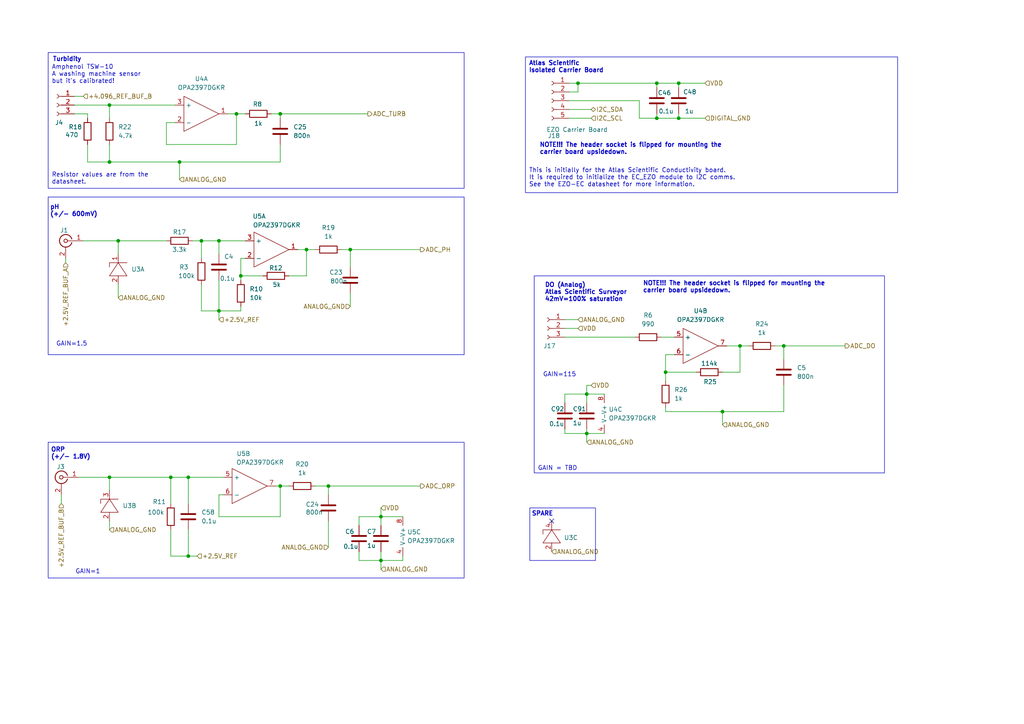
<source format=kicad_sch>
(kicad_sch (version 20231120) (generator "eeschema") (generator_version "8.0")
  (paper "A4")
  (lib_symbols
    (symbol "AndrewAdditions:sda5v3sc6_split"
      (property "Reference" "U" (at -2.794 3.302 0))
      (property "Value" "ESDA5V3SC5" (at 0 -2.54 0))
      (symbol "sda5v3sc6_split_0_1"
        (polyline (pts (xy -2.54 0) (xy -2.54 1.27) (xy 2.54 1.27)))
        (polyline (pts (xy 0 1.27) (xy -2.54 -2.54) (xy 2.54 -2.54) (xy 0 1.27)))
        (pin passive line (at 0 -5.08 90) (length 2.54) (name "") (number "2"))
      )
      (symbol "sda5v3sc6_split_1_1"
        (pin passive line (at 0 3.81 270) (length 2.54) (name "") (number "1"))
      )
      (symbol "sda5v3sc6_split_2_1"
        (pin passive line (at 0 3.81 270) (length 2.54) (name "") (number "3"))
      )
      (symbol "sda5v3sc6_split_3_1"
        (pin passive line (at 0 3.81 270) (length 2.54) (name "") (number "4"))
      )
      (symbol "sda5v3sc6_split_4_1"
        (pin passive line (at 0 3.81 270) (length 2.54) (name "") (number "5"))
      )
    )
    (symbol "Connector:Conn_01x03_Socket" (pin_names (offset 1.016) hide)
      (property "Reference" "J" (at 0 5.08 0))
      (property "Value" "Conn_01x03_Socket" (at 0 -5.08 0))
      (symbol "Conn_01x03_Socket_1_1"
        (arc (start 0 -2.032) (mid -0.5058 -2.54) (end 0 -3.048) (stroke (width 0.1524)))
        (polyline (pts (xy -1.27 -2.54) (xy -0.508 -2.54)) (stroke (width 0.1524)))
        (polyline (pts (xy -1.27 0) (xy -0.508 0)) (stroke (width 0.1524)))
        (polyline (pts (xy -1.27 2.54) (xy -0.508 2.54)) (stroke (width 0.1524)))
        (arc (start 0 0.508) (mid -0.5058 0) (end 0 -0.508) (stroke (width 0.1524)))
        (arc (start 0 3.048) (mid -0.5058 2.54) (end 0 2.032) (stroke (width 0.1524)))
        (pin passive line (at -5.08 2.54 0) (length 3.81) (name "Pin_1") (number "1"))
        (pin passive line (at -5.08 0 0) (length 3.81) (name "Pin_2") (number "2"))
        (pin passive line (at -5.08 -2.54 0) (length 3.81) (name "Pin_3") (number "3"))
      )
    )
    (symbol "Connector:Conn_01x05_Socket" (pin_names (offset 1.016) hide)
      (property "Reference" "J" (at 0 7.62 0))
      (property "Value" "Conn_01x05_Socket" (at 0 -7.62 0))
      (symbol "Conn_01x05_Socket_1_1"
        (arc (start 0 -4.572) (mid -0.5058 -5.08) (end 0 -5.588) (stroke (width 0.1524)))
        (arc (start 0 -2.032) (mid -0.5058 -2.54) (end 0 -3.048) (stroke (width 0.1524)))
        (polyline (pts (xy -1.27 -5.08) (xy -0.508 -5.08)) (stroke (width 0.1524)))
        (polyline (pts (xy -1.27 -2.54) (xy -0.508 -2.54)) (stroke (width 0.1524)))
        (polyline (pts (xy -1.27 0) (xy -0.508 0)) (stroke (width 0.1524)))
        (polyline (pts (xy -1.27 2.54) (xy -0.508 2.54)) (stroke (width 0.1524)))
        (polyline (pts (xy -1.27 5.08) (xy -0.508 5.08)) (stroke (width 0.1524)))
        (arc (start 0 0.508) (mid -0.5058 0) (end 0 -0.508) (stroke (width 0.1524)))
        (arc (start 0 3.048) (mid -0.5058 2.54) (end 0 2.032) (stroke (width 0.1524)))
        (arc (start 0 5.588) (mid -0.5058 5.08) (end 0 4.572) (stroke (width 0.1524)))
        (pin passive line (at -5.08 5.08 0) (length 3.81) (name "Pin_1") (number "1"))
        (pin passive line (at -5.08 2.54 0) (length 3.81) (name "Pin_2") (number "2"))
        (pin passive line (at -5.08 0 0) (length 3.81) (name "Pin_3") (number "3"))
        (pin passive line (at -5.08 -2.54 0) (length 3.81) (name "Pin_4") (number "4"))
        (pin passive line (at -5.08 -5.08 0) (length 3.81) (name "Pin_5") (number "5"))
      )
    )
    (symbol "Connector:Conn_Coaxial" (pin_names (offset 1.016) hide)
      (property "Reference" "J" (at 0.254 3.048 0))
      (property "Value" "Conn_Coaxial" (at 2.921 0 90))
      (symbol "Conn_Coaxial_0_1"
        (arc (start -1.778 -0.508) (mid 0.2311 -1.8066) (end 1.778 0) (stroke (width 0.254)))
        (polyline (pts (xy -2.54 0) (xy -0.508 0)))
        (polyline (pts (xy 0 -2.54) (xy 0 -1.778)))
        (circle (center 0 0) (radius 0.508) (stroke (width 0.2032)))
        (arc (start 1.778 0) (mid 0.2099 1.8101) (end -1.778 0.508) (stroke (width 0.254)))
      )
      (symbol "Conn_Coaxial_1_1"
        (pin passive line (at -5.08 0 0) (length 2.54) (name "In") (number "1"))
        (pin passive line (at 0 -5.08 90) (length 2.54) (name "Ext") (number "2"))
      )
    )
    (symbol "Device:C" (pin_numbers hide) (pin_names (offset 0.254))
      (property "Reference" "C" (at 0.635 2.54 0))
      (property "Value" "C" (at 0.635 -2.54 0))
      (symbol "C_0_1"
        (polyline (pts (xy -2.032 -0.762) (xy 2.032 -0.762)) (stroke (width 0.508)))
        (polyline (pts (xy -2.032 0.762) (xy 2.032 0.762)) (stroke (width 0.508)))
      )
      (symbol "C_1_1"
        (pin passive line (at 0 3.81 270) (length 2.794) (name "~") (number "1"))
        (pin passive line (at 0 -3.81 90) (length 2.794) (name "~") (number "2"))
      )
    )
    (symbol "Device:R" (pin_numbers hide) (pin_names (offset 0))
      (property "Reference" "R" (at 2.032 0 90))
      (property "Value" "R" (at 0 0 90))
      (symbol "R_0_1"
        (rectangle (start -1.016 -2.54) (end 1.016 2.54) (stroke (width 0.254)))
      )
      (symbol "R_1_1"
        (pin passive line (at 0 3.81 270) (length 1.27) (name "~") (number "1"))
        (pin passive line (at 0 -3.81 90) (length 1.27) (name "~") (number "2"))
      )
    )
    (symbol "Op-Amp-Extended:OPA2397DR"
      (property "Reference" "U" (at -4.318 9.144 0))
      (property "Value" "OPA2397DGKR" (at 2.032 7.112 0))
      (symbol "OPA2397DR_1_0"
        (pin output line (at 10.16 0 180) (length 2.54) (name "") (number "1"))
        (pin input line (at -5.08 -2.54 0) (length 2.54) (name "-") (number "2"))
        (pin input line (at -5.08 2.54 0) (length 2.54) (name "+") (number "3"))
      )
      (symbol "OPA2397DR_1_1"
        (polyline (pts (xy -2.54 5.08) (xy -2.54 -5.08) (xy 7.62 0) (xy -2.54 5.08)))
      )
      (symbol "OPA2397DR_2_0"
        (pin input line (at -5.08 2.54 0) (length 2.54) (name "+") (number "5"))
        (pin input line (at -5.08 -2.54 0) (length 2.54) (name "-") (number "6"))
        (pin output line (at 10.16 0 180) (length 2.54) (name "") (number "7"))
      )
      (symbol "OPA2397DR_2_1"
        (polyline (pts (xy -2.54 5.08) (xy -2.54 -5.08) (xy 7.62 0) (xy -2.54 5.08)))
      )
      (symbol "OPA2397DR_3_0"
        (pin power_in line (at 0 -6.35 90) (length 2.54) (name "V-") (number "4"))
        (pin power_in line (at 0 5.08 270) (length 2.54) (name "V+") (number "8"))
      )
    )
  )
  (junction (at 193.04 107.95))
  (junction (at 81.28 140.97))
  (junction (at 52.07 46.99))
  (junction (at 227.33 100.33))
  (junction (at 69.85 80.01))
  (junction (at 54.61 138.43))
  (junction (at 81.28 33.02))
  (junction (at 63.5 90.17))
  (junction (at 101.6 72.39))
  (junction (at 31.75 46.99))
  (junction (at 170.18 114.3))
  (junction (at 54.61 161.29))
  (junction (at 209.55 119.38))
  (junction (at 63.5 69.85))
  (junction (at 68.58 33.02))
  (junction (at 31.75 30.48))
  (junction (at 34.29 69.85))
  (junction (at 190.5 34.29))
  (junction (at 58.42 69.85))
  (junction (at 49.53 138.43))
  (junction (at 190.5 24.13))
  (junction (at 110.49 149.86))
  (junction (at 95.25 140.97))
  (junction (at 196.85 34.29))
  (junction (at 110.49 162.56))
  (junction (at 196.85 24.13))
  (junction (at 88.9 72.39))
  (junction (at 214.63 100.33))
  (junction (at 167.64 24.13))
  (junction (at 31.75 138.43))
  (junction (at 170.18 125.73))
  (no_connect (at 160.02 151.13))
  (wire (pts (xy 63.5 90.17) (xy 69.85 90.17)))
  (wire (pts (xy 95.25 140.97) (xy 91.44 140.97)))
  (wire (pts (xy 69.85 80.01) (xy 76.2 80.01)))
  (wire (pts (xy 55.88 69.85) (xy 58.42 69.85)))
  (wire (pts (xy 63.5 149.86) (xy 81.28 149.86)))
  (wire (pts (xy 31.75 138.43) (xy 31.75 142.24)))
  (wire (pts (xy 116.84 161.29) (xy 116.84 162.56)))
  (wire (pts (xy 69.85 80.01) (xy 69.85 81.28)))
  (wire (pts (xy 171.45 111.76) (xy 170.18 111.76)))
  (wire (pts (xy 58.42 82.55) (xy 58.42 90.17)))
  (wire (pts (xy 110.49 149.86) (xy 116.84 149.86)))
  (wire (pts (xy 190.5 34.29) (xy 196.85 34.29)))
  (wire (pts (xy 22.86 138.43) (xy 31.75 138.43)))
  (wire (pts (xy 227.33 111.76) (xy 227.33 119.38)))
  (wire (pts (xy 19.05 76.2) (xy 19.05 74.93)))
  (wire (pts (xy 170.18 124.46) (xy 170.18 125.73)))
  (wire (pts (xy 34.29 82.55) (xy 34.29 86.36)))
  (wire (pts (xy 48.26 41.91) (xy 68.58 41.91)))
  (wire (pts (xy 63.5 81.28) (xy 63.5 90.17)))
  (wire (pts (xy 63.5 90.17) (xy 63.5 92.71)))
  (wire (pts (xy 21.59 27.94) (xy 24.13 27.94)))
  (wire (pts (xy 104.14 149.86) (xy 110.49 149.86)))
  (wire (pts (xy 95.25 140.97) (xy 121.92 140.97)))
  (wire (pts (xy 54.61 138.43) (xy 64.77 138.43)))
  (wire (pts (xy 193.04 119.38) (xy 193.04 118.11)))
  (wire (pts (xy 58.42 69.85) (xy 58.42 74.93)))
  (wire (pts (xy 17.78 146.05) (xy 17.78 143.51)))
  (wire (pts (xy 214.63 100.33) (xy 214.63 107.95)))
  (wire (pts (xy 163.83 125.73) (xy 170.18 125.73)))
  (wire (pts (xy 163.83 95.25) (xy 167.64 95.25)))
  (wire (pts (xy 88.9 72.39) (xy 88.9 80.01)))
  (wire (pts (xy 190.5 24.13) (xy 196.85 24.13)))
  (wire (pts (xy 24.13 69.85) (xy 34.29 69.85)))
  (wire (pts (xy 224.79 100.33) (xy 227.33 100.33)))
  (wire (pts (xy 31.75 30.48) (xy 31.75 34.29)))
  (wire (pts (xy 110.49 160.02) (xy 110.49 162.56)))
  (wire (pts (xy 95.25 151.13) (xy 95.25 158.75)))
  (wire (pts (xy 191.77 97.79) (xy 195.58 97.79)))
  (wire (pts (xy 110.49 162.56) (xy 110.49 165.1)))
  (wire (pts (xy 101.6 72.39) (xy 101.6 77.47)))
  (wire (pts (xy 170.18 114.3) (xy 170.18 116.84)))
  (wire (pts (xy 190.5 24.13) (xy 190.5 25.4)))
  (wire (pts (xy 21.59 30.48) (xy 31.75 30.48)))
  (wire (pts (xy 81.28 149.86) (xy 81.28 140.97)))
  (wire (pts (xy 58.42 69.85) (xy 63.5 69.85)))
  (wire (pts (xy 68.58 33.02) (xy 71.12 33.02)))
  (wire (pts (xy 193.04 102.87) (xy 193.04 107.95)))
  (wire (pts (xy 195.58 102.87) (xy 193.04 102.87)))
  (wire (pts (xy 25.4 41.91) (xy 25.4 46.99)))
  (wire (pts (xy 31.75 46.99) (xy 52.07 46.99)))
  (wire (pts (xy 165.1 34.29) (xy 171.45 34.29)))
  (wire (pts (xy 49.53 153.67) (xy 49.53 161.29)))
  (wire (pts (xy 104.14 160.02) (xy 104.14 162.56)))
  (wire (pts (xy 49.53 161.29) (xy 54.61 161.29)))
  (wire (pts (xy 170.18 111.76) (xy 170.18 114.3)))
  (wire (pts (xy 49.53 138.43) (xy 49.53 146.05)))
  (wire (pts (xy 69.85 74.93) (xy 69.85 80.01)))
  (wire (pts (xy 88.9 80.01) (xy 83.82 80.01)))
  (wire (pts (xy 81.28 33.02) (xy 106.68 33.02)))
  (wire (pts (xy 185.42 34.29) (xy 190.5 34.29)))
  (wire (pts (xy 110.49 149.86) (xy 110.49 152.4)))
  (wire (pts (xy 86.36 72.39) (xy 88.9 72.39)))
  (wire (pts (xy 185.42 29.21) (xy 165.1 29.21)))
  (wire (pts (xy 227.33 100.33) (xy 227.33 104.14)))
  (wire (pts (xy 196.85 33.02) (xy 196.85 34.29)))
  (wire (pts (xy 163.83 97.79) (xy 184.15 97.79)))
  (wire (pts (xy 34.29 69.85) (xy 48.26 69.85)))
  (wire (pts (xy 101.6 72.39) (xy 121.92 72.39)))
  (wire (pts (xy 81.28 33.02) (xy 78.74 33.02)))
  (wire (pts (xy 110.49 162.56) (xy 116.84 162.56)))
  (wire (pts (xy 63.5 143.51) (xy 63.5 149.86)))
  (wire (pts (xy 31.75 41.91) (xy 31.75 46.99)))
  (wire (pts (xy 165.1 24.13) (xy 167.64 24.13)))
  (wire (pts (xy 68.58 41.91) (xy 68.58 33.02)))
  (wire (pts (xy 63.5 69.85) (xy 63.5 73.66)))
  (wire (pts (xy 209.55 107.95) (xy 214.63 107.95)))
  (wire (pts (xy 21.59 33.02) (xy 25.4 33.02)))
  (wire (pts (xy 210.82 100.33) (xy 214.63 100.33)))
  (wire (pts (xy 193.04 107.95) (xy 193.04 110.49)))
  (wire (pts (xy 52.07 46.99) (xy 81.28 46.99)))
  (wire (pts (xy 163.83 116.84) (xy 163.83 114.3)))
  (wire (pts (xy 193.04 107.95) (xy 201.93 107.95)))
  (wire (pts (xy 185.42 34.29) (xy 185.42 29.21)))
  (wire (pts (xy 167.64 26.67) (xy 167.64 24.13)))
  (wire (pts (xy 170.18 125.73) (xy 175.26 125.73)))
  (wire (pts (xy 25.4 46.99) (xy 31.75 46.99)))
  (wire (pts (xy 227.33 100.33) (xy 245.11 100.33)))
  (wire (pts (xy 214.63 100.33) (xy 217.17 100.33)))
  (wire (pts (xy 71.12 74.93) (xy 69.85 74.93)))
  (wire (pts (xy 34.29 69.85) (xy 34.29 73.66)))
  (wire (pts (xy 95.25 140.97) (xy 95.25 143.51)))
  (wire (pts (xy 31.75 151.13) (xy 31.75 153.67)))
  (wire (pts (xy 81.28 34.29) (xy 81.28 33.02)))
  (wire (pts (xy 209.55 119.38) (xy 209.55 123.19)))
  (wire (pts (xy 81.28 140.97) (xy 80.01 140.97)))
  (wire (pts (xy 54.61 153.67) (xy 54.61 161.29)))
  (wire (pts (xy 196.85 24.13) (xy 196.85 25.4)))
  (wire (pts (xy 196.85 34.29) (xy 204.47 34.29)))
  (wire (pts (xy 54.61 138.43) (xy 54.61 146.05)))
  (wire (pts (xy 81.28 140.97) (xy 83.82 140.97)))
  (wire (pts (xy 54.61 161.29) (xy 57.15 161.29)))
  (wire (pts (xy 69.85 90.17) (xy 69.85 88.9)))
  (wire (pts (xy 165.1 31.75) (xy 171.45 31.75)))
  (wire (pts (xy 163.83 114.3) (xy 170.18 114.3)))
  (wire (pts (xy 58.42 90.17) (xy 63.5 90.17)))
  (wire (pts (xy 190.5 34.29) (xy 190.5 33.02)))
  (wire (pts (xy 101.6 72.39) (xy 99.06 72.39)))
  (wire (pts (xy 110.49 147.32) (xy 110.49 149.86)))
  (wire (pts (xy 50.8 30.48) (xy 31.75 30.48)))
  (wire (pts (xy 64.77 143.51) (xy 63.5 143.51)))
  (wire (pts (xy 25.4 33.02) (xy 25.4 34.29)))
  (wire (pts (xy 165.1 26.67) (xy 167.64 26.67)))
  (wire (pts (xy 101.6 85.09) (xy 101.6 88.9)))
  (wire (pts (xy 88.9 72.39) (xy 91.44 72.39)))
  (wire (pts (xy 196.85 24.13) (xy 204.47 24.13)))
  (wire (pts (xy 50.8 35.56) (xy 48.26 35.56)))
  (wire (pts (xy 104.14 152.4) (xy 104.14 149.86)))
  (wire (pts (xy 167.64 24.13) (xy 190.5 24.13)))
  (wire (pts (xy 48.26 35.56) (xy 48.26 41.91)))
  (wire (pts (xy 209.55 119.38) (xy 227.33 119.38)))
  (wire (pts (xy 52.07 52.07) (xy 52.07 46.99)))
  (wire (pts (xy 170.18 114.3) (xy 175.26 114.3)))
  (wire (pts (xy 63.5 69.85) (xy 71.12 69.85)))
  (wire (pts (xy 104.14 162.56) (xy 110.49 162.56)))
  (wire (pts (xy 49.53 138.43) (xy 54.61 138.43)))
  (wire (pts (xy 193.04 119.38) (xy 209.55 119.38)))
  (wire (pts (xy 163.83 92.71) (xy 167.64 92.71)))
  (wire (pts (xy 66.04 33.02) (xy 68.58 33.02)))
  (wire (pts (xy 170.18 125.73) (xy 170.18 128.27)))
  (wire (pts (xy 163.83 124.46) (xy 163.83 125.73)))
  (wire (pts (xy 81.28 41.91) (xy 81.28 46.99)))
  (wire (pts (xy 31.75 138.43) (xy 49.53 138.43)))
  (rectangle (start 153.67 147.32) (end 172.72 162.56))
  (rectangle (start 13.97 128.27) (end 134.62 167.64))
  (rectangle (start 13.97 15.24) (end 134.62 54.61))
  (rectangle (start 13.97 57.15) (end 134.62 102.87))
  (rectangle (start 154.94 80.01) (end 256.54 137.16))
  (text_box "Atlas Scientific\nIsolated Carrier Board" (at 152.4 16.51 0) (size 107.95 39.37) (effects (font (size 1.27 1.27) (thickness 0.254) (bold yes)) (justify left top)))
  (text "Turbidity" (at 15.24 17.272 0) (effects (font (size 1.27 1.27) (thickness 0.254) (bold yes)) (justify left)))
  (text "NOTE!!! The header socket is flipped for mounting the \ncarrier board upsidedown." (at 186.436 83.312 0) (effects (font (size 1.27 1.27) (thickness 0.254) (bold yes)) (justify left)))
  (text "Amphenol TSW-10 \nA washing machine sensor \nbut it's calibrated!\n" (at 14.986 21.59 0) (effects (font (size 1.27 1.27)) (justify left)))
  (text "GAIN=1.5\n\n" (at 16.256 100.838 0) (effects (font (size 1.27 1.27)) (justify left)))
  (text "GAIN=1" (at 21.844 165.862 0) (effects (font (size 1.27 1.27)) (justify left)))
  (text "Resistor values are from the \ndatasheet." (at 14.986 51.816 0) (effects (font (size 1.27 1.27)) (justify left)))
  (text "ORP \n(+/- 1.8V)" (at 14.732 131.572 0) (effects (font (size 1.27 1.27) (thickness 0.254) (bold yes)) (justify left)))
  (text "pH \n(+/- 600mV)" (at 14.478 61.214 0) (effects (font (size 1.27 1.27) (thickness 0.254) (bold yes)) (justify left)))
  (text "GAIN = TBD\n" (at 155.956 135.89 0) (effects (font (size 1.27 1.27)) (justify left)))
  (text "DO (Analog)\nAtlas Scientific Surveyor\n42mV=100% saturation" (at 157.988 84.836 0) (effects (font (size 1.27 1.27) (thickness 0.254) (bold yes)) (justify left)))
  (text "This is initially for the Atlas Scientific Conductivity board.\nIt is required to initialize the EC_EZO module to I2C comms.\nSee the EZO-EC datasheet for more information." (at 153.416 51.562 0) (effects (font (size 1.27 1.27) (thickness 0.1588)) (justify left)))
  (text "NOTE!!! The header socket is flipped for mounting the \ncarrier board upsidedown." (at 156.464 43.18 0) (effects (font (size 1.27 1.27) (thickness 0.254) (bold yes)) (justify left)))
  (text "SPARE" (at 154.178 149.098 0) (effects (font (size 1.27 1.27) (thickness 0.254) (bold yes)) (justify left)))
  (text "GAIN=115" (at 162.306 108.712 0) (effects (font (size 1.27 1.27))))
  (hierarchical_label "VDD" (shape input) (at 171.45 111.76 0))
  (hierarchical_label "ANALOG_GND" (shape input) (at 110.49 165.1 0))
  (hierarchical_label "DIGITAL_GND" (shape input) (at 204.47 34.29 0))
  (hierarchical_label "+2.5V_REF_BUF_B" (shape input) (at 17.78 146.05 270))
  (hierarchical_label "ANALOG_GND" (shape input) (at 170.18 128.27 0))
  (hierarchical_label "ADC_PH" (shape output) (at 121.92 72.39 0))
  (hierarchical_label "ADC_TURB" (shape output) (at 106.68 33.02 0))
  (hierarchical_label "VDD" (shape input) (at 167.64 95.25 0))
  (hierarchical_label "+2.5V_REF" (shape input) (at 57.15 161.29 0))
  (hierarchical_label "ADC_DO" (shape output) (at 245.11 100.33 0))
  (hierarchical_label "VDD" (shape input) (at 110.49 147.32 0))
  (hierarchical_label "ADC_ORP" (shape output) (at 121.92 140.97 0))
  (hierarchical_label "+2.5V_REF_BUF_A" (shape input) (at 19.05 76.2 270))
  (hierarchical_label "ANALOG_GND" (shape input) (at 209.55 123.19 0))
  (hierarchical_label "ANALOG_GND" (shape input) (at 52.07 52.07 0))
  (hierarchical_label "ANALOG_GND" (shape input) (at 101.6 88.9 180))
  (hierarchical_label "VDD" (shape input) (at 204.47 24.13 0))
  (hierarchical_label "I2C_SCL" (shape input) (at 171.45 34.29 0))
  (hierarchical_label "ANALOG_GND" (shape input) (at 31.75 153.67 0))
  (hierarchical_label "I2C_SDA" (shape bidirectional) (at 171.45 31.75 0))
  (hierarchical_label "+4.096_REF_BUF_B" (shape input) (at 24.13 27.94 0))
  (hierarchical_label "ANALOG_GND" (shape input) (at 95.25 158.75 180))
  (hierarchical_label "ANALOG_GND" (shape input) (at 167.64 92.71 0))
  (hierarchical_label "ANALOG_GND" (shape input) (at 34.29 86.36 0))
  (hierarchical_label "+2.5V_REF" (shape input) (at 63.5 92.71 0))
  (hierarchical_label "ANALOG_GND" (shape input) (at 160.02 160.02 0))
  (symbol (lib_id "AndrewAdditions:sda5v3sc6_split") (at 34.29 77.47 0) (unit 1)
    (property "Reference" "U3" (at 38.1 78.1049 0) (effects (justify left)))
    (property "Value" "ESDA5V3SC5" (effects (hide yes)))
    (property "Footprint" "Package_TO_SOT_SMD:SOT-23-5" (effects (hide yes)))
    (property "Datasheet" "https://www.st.com/resource/en/datasheet/esda5v3sc6.pdf" (effects (hide yes)))
    (property "Description" "Quad TVS Diode Array, 5.3V Standoff, 4 Channels, 400W, ±30kV, SOT-23-5 Keywords: usb esd protection suppression transient" (effects (hide yes)))
  )
  (symbol (lib_id "Device:R") (at 25.4 38.1 180) (unit 1)
    (property "Reference" "R18" (at 21.844 36.83 0))
    (property "Value" "470" (at 20.828 39.116 0))
    (property "Footprint" "Resistor_SMD:R_1210_3225Metric_Pad1.30x2.65mm_HandSolder" (effects (hide yes)))
    (property "Description" "Resistor" (effects (hide yes)))
  )
  (symbol (lib_id "Device:R") (at 193.04 114.3 180) (unit 1)
    (property "Reference" "R26" (at 195.58 113.0299 0) (effects (justify right)))
    (property "Value" "1k" (at 195.58 115.5699 0) (effects (justify right)))
    (property "Footprint" "Resistor_SMD:R_1210_3225Metric_Pad1.30x2.65mm_HandSolder" (effects (hide yes)))
    (property "Description" "Resistor" (effects (hide yes)))
  )
  (symbol (lib_id "Device:R") (at 95.25 72.39 90) (unit 1)
    (property "Reference" "R19" (at 95.25 66.04 90))
    (property "Value" "1k" (at 95.25 68.58 90))
    (property "Footprint" "Resistor_SMD:R_1210_3225Metric_Pad1.30x2.65mm_HandSolder" (effects (hide yes)))
    (property "Description" "Resistor" (effects (hide yes)))
  )
  (symbol (lib_id "Device:R") (at 74.93 33.02 90) (unit 1)
    (property "Reference" "R8" (at 74.676 30.226 90))
    (property "Value" "1k" (at 74.93 35.814 90))
    (property "Footprint" "Resistor_SMD:R_1210_3225Metric_Pad1.30x2.65mm_HandSolder" (effects (hide yes)))
    (property "Description" "Resistor" (effects (hide yes)))
  )
  (symbol (lib_id "AndrewAdditions:sda5v3sc6_split") (at 31.75 146.05 0) (unit 2)
    (property "Reference" "U3" (at 35.56 146.6849 0) (effects (justify left)))
    (property "Value" "ESDA5V3SC5" (effects (hide yes)))
    (property "Footprint" "Package_TO_SOT_SMD:SOT-23-5" (effects (hide yes)))
    (property "Datasheet" "https://www.st.com/resource/en/datasheet/esda5v3sc6.pdf" (effects (hide yes)))
    (property "Description" "Quad TVS Diode Array, 5.3V Standoff, 4 Channels, 400W, ±30kV, SOT-23-5 Keywords: usb esd protection suppression transient" (effects (hide yes)))
  )
  (symbol (lib_id "Device:R") (at 49.53 149.86 180) (unit 1)
    (property "Reference" "R11" (at 46.228 145.542 0))
    (property "Value" "100k" (at 45.212 148.59 0))
    (property "Footprint" "Resistor_SMD:R_1210_3225Metric_Pad1.30x2.65mm_HandSolder" (effects (hide yes)))
    (property "Description" "Resistor" (effects (hide yes)))
  )
  (symbol (lib_id "Op-Amp-Extended:OPA2397DR") (at 69.85 140.97 0) (unit 2)
    (property "Reference" "U5" (at 70.612 131.572 0))
    (property "Value" "OPA2397DGKR" (at 75.438 134.112 0))
    (property "Footprint" "Package_SO:SOIC-8_3.9x4.9mm_P1.27mm" (effects (hide yes)))
    (property "Datasheet" "https://www.ti.com/lit/ds/symlink/opa397.pdf?ts=1748528678280&ref_url=https%253A%252F%252Fwww.ti.com%252Fproduct%252FOPA397" (effects (hide yes)))
    (property "Description" "Precision, Low-Offset-Voltage, Low-Noise, Low-Input-Bias-Current, Rail-to-Rail I/O, e-trim™ Operational Amplifiers" (effects (hide yes)))
  )
  (symbol (lib_id "Device:C") (at 104.14 156.21 0) (unit 1)
    (property "Reference" "C6" (at 100.076 154.178 0) (effects (justify left)))
    (property "Value" "0.1u" (at 99.568 158.496 0) (effects (justify left)))
    (property "Footprint" "Capacitor_SMD:C_1210_3225Metric_Pad1.33x2.70mm_HandSolder" (effects (hide yes)))
    (property "Description" "Unpolarized capacitor" (effects (hide yes)))
  )
  (symbol (lib_id "Device:C") (at 196.85 29.21 0) (unit 1)
    (property "Reference" "C48" (at 198.12 26.67 0) (effects (justify left)))
    (property "Value" "1u" (at 198.628 32.258 0) (effects (justify left)))
    (property "Footprint" "Capacitor_SMD:C_1210_3225Metric_Pad1.33x2.70mm_HandSolder" (effects (hide yes)))
    (property "Description" "Unpolarized capacitor" (effects (hide yes)))
  )
  (symbol (lib_id "Connector:Conn_Coaxial") (at 19.05 69.85 0) (mirror y) (unit 1)
    (property "Reference" "J1" (at 19.812 66.802 0) (effects (justify left)))
    (property "Value" "pH_IN" (effects (hide yes)))
    (property "Footprint" "Connector_PinHeader_2.54mm:PinHeader_1x02_P2.54mm_Vertical_SMD_Pin1Left" (effects (hide yes)))
    (property "Description" "coaxial connector (BNC, SMA, SMB, SMC, Cinch/RCA, LEMO, ...)" (effects (hide yes)))
  )
  (symbol (lib_id "Device:R") (at 58.42 78.74 180) (unit 1)
    (property "Reference" "R3" (at 53.34 77.47 0))
    (property "Value" "100k" (at 54.102 80.01 0))
    (property "Footprint" "Resistor_SMD:R_1210_3225Metric_Pad1.30x2.65mm_HandSolder" (effects (hide yes)))
    (property "Description" "Resistor" (effects (hide yes)))
  )
  (symbol (lib_id "AndrewAdditions:sda5v3sc6_split") (at 160.02 154.94 0) (unit 3)
    (property "Reference" "U3" (at 163.576 155.956 0) (effects (justify left)))
    (property "Value" "ESDA5V3SC5" (effects (hide yes)))
    (property "Footprint" "Package_TO_SOT_SMD:SOT-23-5" (effects (hide yes)))
    (property "Datasheet" "https://www.st.com/resource/en/datasheet/esda5v3sc6.pdf" (effects (hide yes)))
    (property "Description" "Quad TVS Diode Array, 5.3V Standoff, 4 Channels, 400W, ±30kV, SOT-23-5 Keywords: usb esd protection suppression transient" (effects (hide yes)))
  )
  (symbol (lib_id "Device:C") (at 163.83 120.65 0) (unit 1)
    (property "Reference" "C92" (at 159.766 118.618 0) (effects (justify left)))
    (property "Value" "0.1u" (at 159.258 122.936 0) (effects (justify left)))
    (property "Footprint" "Capacitor_SMD:C_1210_3225Metric_Pad1.33x2.70mm_HandSolder" (effects (hide yes)))
    (property "Description" "Unpolarized capacitor" (effects (hide yes)))
  )
  (symbol (lib_id "Connector:Conn_01x03_Socket") (at 16.51 30.48 0) (mirror y) (unit 1)
    (property "Reference" "J4" (at 17.145 35.56 0))
    (property "Value" "Turbidity TSW-10" (effects (hide yes)))
    (property "Footprint" "Connector_PinHeader_2.54mm:PinHeader_1x03_P2.54mm_Vertical_SMD_Pin1Left" (effects (hide yes)))
    (property "Description" "Generic connector, single row, 01x03, script generated" (effects (hide yes)))
  )
  (symbol (lib_id "Device:C") (at 101.6 81.28 0) (unit 1)
    (property "Reference" "C23" (at 95.504 78.994 0) (effects (justify left)))
    (property "Value" "800n" (at 95.758 81.534 0) (effects (justify left)))
    (property "Footprint" "Capacitor_SMD:C_1210_3225Metric_Pad1.33x2.70mm_HandSolder" (effects (hide yes)))
    (property "Description" "Unpolarized capacitor" (effects (hide yes)))
  )
  (symbol (lib_id "Device:C") (at 63.5 77.47 0) (unit 1)
    (property "Reference" "C4" (at 65.024 74.422 0) (effects (justify left)))
    (property "Value" "0.1u" (at 63.754 80.772 0) (effects (justify left)))
    (property "Footprint" "Capacitor_SMD:C_1210_3225Metric_Pad1.33x2.70mm_HandSolder" (effects (hide yes)))
    (property "Description" "Unpolarized capacitor" (effects (hide yes)))
  )
  (symbol (lib_id "Op-Amp-Extended:OPA2397DR") (at 76.2 72.39 0) (unit 1)
    (property "Reference" "U5" (at 75.184 62.738 0))
    (property "Value" "OPA2397DGKR" (at 80.264 65.278 0))
    (property "Footprint" "Package_SO:SOIC-8_3.9x4.9mm_P1.27mm" (effects (hide yes)))
    (property "Datasheet" "https://www.ti.com/lit/ds/symlink/opa397.pdf?ts=1748528678280&ref_url=https%253A%252F%252Fwww.ti.com%252Fproduct%252FOPA397" (effects (hide yes)))
    (property "Description" "Precision, Low-Offset-Voltage, Low-Noise, Low-Input-Bias-Current, Rail-to-Rail I/O, e-trim™ Operational Amplifiers" (effects (hide yes)))
  )
  (symbol (lib_id "Device:R") (at 69.85 85.09 180) (unit 1)
    (property "Reference" "R10" (at 72.39 83.8199 0) (effects (justify right)))
    (property "Value" "10k" (at 72.39 86.3599 0) (effects (justify right)))
    (property "Footprint" "Resistor_SMD:R_1210_3225Metric_Pad1.30x2.65mm_HandSolder" (effects (hide yes)))
    (property "Description" "Resistor" (effects (hide yes)))
  )
  (symbol (lib_id "Connector:Conn_01x05_Socket") (at 160.02 29.21 0) (mirror y) (unit 1)
    (property "Reference" "J18" (at 160.655 39.37 0))
    (property "Value" "EZO Carrier Board" (at 167.386 37.592 0))
    (property "Footprint" "Connector_PinSocket_2.54mm:PinSocket_1x05_P2.54mm_Vertical" (effects (hide yes)))
    (property "Description" "Generic connector, single row, 01x05, script generated" (effects (hide yes)))
  )
  (symbol (lib_id "Device:C") (at 54.61 149.86 0) (unit 1)
    (property "Reference" "C58" (at 58.42 148.5899 0) (effects (justify left)))
    (property "Value" "0.1u" (at 58.42 151.1299 0) (effects (justify left)))
    (property "Footprint" "Capacitor_SMD:C_1210_3225Metric_Pad1.33x2.70mm_HandSolder" (effects (hide yes)))
    (property "Description" "Unpolarized capacitor" (effects (hide yes)))
  )
  (symbol (lib_id "Device:C") (at 170.18 120.65 0) (unit 1)
    (property "Reference" "C91" (at 166.116 118.618 0) (effects (justify left)))
    (property "Value" "1u" (at 166.116 122.682 0) (effects (justify left)))
    (property "Footprint" "Capacitor_SMD:C_1210_3225Metric_Pad1.33x2.70mm_HandSolder" (effects (hide yes)))
    (property "Description" "Unpolarized capacitor" (effects (hide yes)))
  )
  (symbol (lib_id "Device:C") (at 190.5 29.21 0) (unit 1)
    (property "Reference" "C46" (at 190.754 26.924 0) (effects (justify left)))
    (property "Value" "0.1u" (at 191.008 32.258 0) (effects (justify left)))
    (property "Footprint" "Capacitor_SMD:C_1210_3225Metric_Pad1.33x2.70mm_HandSolder" (effects (hide yes)))
    (property "Description" "Unpolarized capacitor" (effects (hide yes)))
  )
  (symbol (lib_id "Device:R") (at 80.01 80.01 90) (unit 1)
    (property "Reference" "R12" (at 80.01 77.724 90))
    (property "Value" "5k" (at 80.264 82.55 90))
    (property "Footprint" "Resistor_SMD:R_1210_3225Metric_Pad1.30x2.65mm_HandSolder" (effects (hide yes)))
    (property "Description" "Resistor" (effects (hide yes)))
  )
  (symbol (lib_id "Device:C") (at 95.25 147.32 0) (unit 1)
    (property "Reference" "C24" (at 88.646 146.304 0) (effects (justify left)))
    (property "Value" "800n" (at 88.646 148.59 0) (effects (justify left)))
    (property "Footprint" "Capacitor_SMD:C_1210_3225Metric_Pad1.33x2.70mm_HandSolder" (effects (hide yes)))
    (property "Description" "Unpolarized capacitor" (effects (hide yes)))
  )
  (symbol (lib_id "Connector:Conn_01x03_Socket") (at 158.75 95.25 0) (mirror y) (unit 1)
    (property "Reference" "J17" (at 159.385 100.33 0))
    (property "Value" "Atlas Surveyor" (effects (hide yes)))
    (property "Footprint" "Connector_PinSocket_2.54mm:PinSocket_1x03_P2.54mm_Vertical" (effects (hide yes)))
    (property "Description" "Generic connector, single row, 01x03, script generated" (effects (hide yes)))
  )
  (symbol (lib_id "Device:R") (at 31.75 38.1 180) (unit 1)
    (property "Reference" "R22" (at 34.29 36.8299 0) (effects (justify right)))
    (property "Value" "4.7k" (at 34.29 39.3699 0) (effects (justify right)))
    (property "Footprint" "Resistor_SMD:R_1210_3225Metric_Pad1.30x2.65mm_HandSolder" (effects (hide yes)))
    (property "Description" "Resistor" (effects (hide yes)))
  )
  (symbol (lib_id "Connector:Conn_Coaxial") (at 17.78 138.43 0) (mirror y) (unit 1)
    (property "Reference" "J3" (at 18.796 135.382 0) (effects (justify left)))
    (property "Value" "ORP_In" (effects (hide yes)))
    (property "Footprint" "Connector_PinHeader_2.54mm:PinHeader_1x02_P2.54mm_Vertical_SMD_Pin1Left" (effects (hide yes)))
    (property "Description" "coaxial connector (BNC, SMA, SMB, SMC, Cinch/RCA, LEMO, ...)" (effects (hide yes)))
  )
  (symbol (lib_id "Device:C") (at 227.33 107.95 0) (unit 1)
    (property "Reference" "C5" (at 231.14 106.6799 0) (effects (justify left)))
    (property "Value" "800n" (at 231.14 109.2199 0) (effects (justify left)))
    (property "Footprint" "Capacitor_SMD:C_1210_3225Metric_Pad1.33x2.70mm_HandSolder" (effects (hide yes)))
    (property "Description" "Unpolarized capacitor" (effects (hide yes)))
  )
  (symbol (lib_id "Device:C") (at 110.49 156.21 0) (unit 1)
    (property "Reference" "C7" (at 106.426 154.178 0) (effects (justify left)))
    (property "Value" "1u" (at 106.426 158.242 0) (effects (justify left)))
    (property "Footprint" "Capacitor_SMD:C_1210_3225Metric_Pad1.33x2.70mm_HandSolder" (effects (hide yes)))
    (property "Description" "Unpolarized capacitor" (effects (hide yes)))
  )
  (symbol (lib_id "Device:R") (at 87.63 140.97 90) (unit 1)
    (property "Reference" "R20" (at 87.63 134.62 90))
    (property "Value" "1k" (at 87.63 137.16 90))
    (property "Footprint" "Resistor_SMD:R_1210_3225Metric_Pad1.30x2.65mm_HandSolder" (effects (hide yes)))
    (property "Description" "Resistor" (effects (hide yes)))
  )
  (symbol (lib_id "Op-Amp-Extended:OPA2397DR") (at 116.84 154.94 0) (unit 3)
    (property "Reference" "U5" (at 118.11 154.3049 0) (effects (justify left)))
    (property "Value" "OPA2397DGKR" (at 118.11 156.8449 0) (effects (justify left)))
    (property "Footprint" "Package_SO:SOIC-8_3.9x4.9mm_P1.27mm" (effects (hide yes)))
    (property "Datasheet" "https://www.ti.com/lit/ds/symlink/opa397.pdf?ts=1748528678280&ref_url=https%253A%252F%252Fwww.ti.com%252Fproduct%252FOPA397" (effects (hide yes)))
    (property "Description" "Precision, Low-Offset-Voltage, Low-Noise, Low-Input-Bias-Current, Rail-to-Rail I/O, e-trim™ Operational Amplifiers" (effects (hide yes)))
  )
  (symbol (lib_id "Device:R") (at 52.07 69.85 90) (unit 1)
    (property "Reference" "R17" (at 52.07 67.31 90))
    (property "Value" "3.3k" (at 52.07 72.39 90))
    (property "Footprint" "Resistor_SMD:R_1210_3225Metric_Pad1.30x2.65mm_HandSolder" (effects (hide yes)))
    (property "Description" "Resistor" (effects (hide yes)))
  )
  (symbol (lib_id "Op-Amp-Extended:OPA2397DR") (at 55.88 33.02 0) (unit 1)
    (property "Reference" "U4" (at 58.42 22.86 0))
    (property "Value" "OPA2397DGKR" (at 58.42 25.4 0))
    (property "Footprint" "Package_SO:SOIC-8_3.9x4.9mm_P1.27mm" (effects (hide yes)))
    (property "Datasheet" "https://www.ti.com/lit/ds/symlink/opa397.pdf?ts=1748528678280&ref_url=https%253A%252F%252Fwww.ti.com%252Fproduct%252FOPA397" (effects (hide yes)))
    (property "Description" "Precision, Low-Offset-Voltage, Low-Noise, Low-Input-Bias-Current, Rail-to-Rail I/O, e-trim™ Operational Amplifiers" (effects (hide yes)))
  )
  (symbol (lib_id "Op-Amp-Extended:OPA2397DR") (at 200.66 100.33 0) (unit 2)
    (property "Reference" "U4" (at 203.2 90.17 0))
    (property "Value" "OPA2397DGKR" (at 203.2 92.71 0))
    (property "Footprint" "Package_SO:SOIC-8_3.9x4.9mm_P1.27mm" (effects (hide yes)))
    (property "Datasheet" "https://www.ti.com/lit/ds/symlink/opa397.pdf?ts=1748528678280&ref_url=https%253A%252F%252Fwww.ti.com%252Fproduct%252FOPA397" (effects (hide yes)))
    (property "Description" "Precision, Low-Offset-Voltage, Low-Noise, Low-Input-Bias-Current, Rail-to-Rail I/O, e-trim™ Operational Amplifiers" (effects (hide yes)))
  )
  (symbol (lib_id "Device:R") (at 220.98 100.33 90) (unit 1)
    (property "Reference" "R24" (at 220.98 93.98 90))
    (property "Value" "1k" (at 220.98 96.52 90))
    (property "Footprint" "Resistor_SMD:R_1210_3225Metric_Pad1.30x2.65mm_HandSolder" (effects (hide yes)))
    (property "Description" "Resistor" (effects (hide yes)))
  )
  (symbol (lib_id "Op-Amp-Extended:OPA2397DR") (at 175.26 119.38 0) (unit 3)
    (property "Reference" "U4" (at 176.53 118.7449 0) (effects (justify left)))
    (property "Value" "OPA2397DGKR" (at 176.53 121.2849 0) (effects (justify left)))
    (property "Footprint" "Package_SO:SOIC-8_3.9x4.9mm_P1.27mm" (effects (hide yes)))
    (property "Datasheet" "https://www.ti.com/lit/ds/symlink/opa397.pdf?ts=1748528678280&ref_url=https%253A%252F%252Fwww.ti.com%252Fproduct%252FOPA397" (effects (hide yes)))
    (property "Description" "Precision, Low-Offset-Voltage, Low-Noise, Low-Input-Bias-Current, Rail-to-Rail I/O, e-trim™ Operational Amplifiers" (effects (hide yes)))
  )
  (symbol (lib_id "Device:C") (at 81.28 38.1 0) (unit 1)
    (property "Reference" "C25" (at 85.09 36.8299 0) (effects (justify left)))
    (property "Value" "800n" (at 85.09 39.3699 0) (effects (justify left)))
    (property "Footprint" "Capacitor_SMD:C_1210_3225Metric_Pad1.33x2.70mm_HandSolder" (effects (hide yes)))
    (property "Description" "Unpolarized capacitor" (effects (hide yes)))
  )
  (symbol (lib_id "Device:R") (at 187.96 97.79 90) (unit 1)
    (property "Reference" "R6" (at 187.96 91.44 90))
    (property "Value" "990" (at 187.96 93.98 90))
    (property "Footprint" "Resistor_SMD:R_1210_3225Metric_Pad1.30x2.65mm_HandSolder" (effects (hide yes)))
    (property "Description" "Resistor" (effects (hide yes)))
  )
  (symbol (lib_id "Device:R") (at 205.74 107.95 90) (unit 1)
    (property "Reference" "R25" (at 205.994 110.744 90))
    (property "Value" "114k" (at 205.74 105.41 90))
    (property "Footprint" "Resistor_SMD:R_1210_3225Metric_Pad1.30x2.65mm_HandSolder" (effects (hide yes)))
    (property "Description" "Resistor" (effects (hide yes)))
  )
)
</source>
